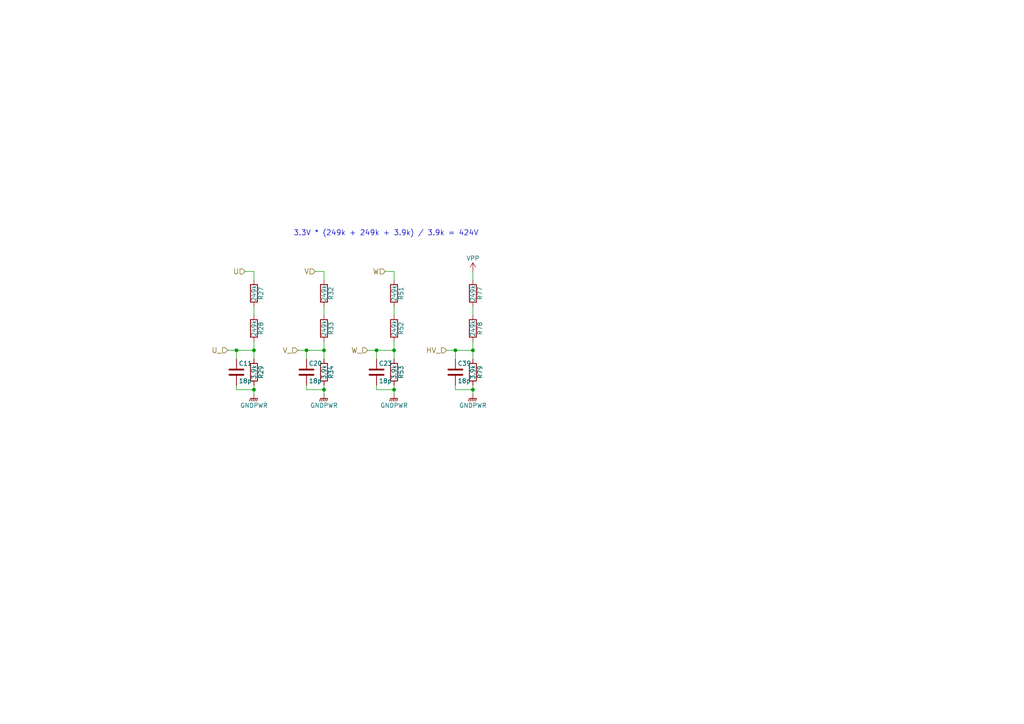
<source format=kicad_sch>
(kicad_sch (version 20231120) (generator "eeschema") (generator_version "8.0")
  (paper "A4")
  (lib_symbols
    (symbol "stmbl:C" (pin_numbers hide) (pin_names (offset 0.254))
      (property "Reference" "C" (at 0.635 2.54 0))
      (property "Value" "C" (at 0.635 -2.54 0))
      (symbol "C_0_1"
        (polyline (pts (xy -2.032 -0.762) (xy 2.032 -0.762)) (stroke (width 0.508)))
        (polyline (pts (xy -2.032 0.762) (xy 2.032 0.762)) (stroke (width 0.508)))
      )
      (symbol "C_1_1"
        (pin passive line (at 0 3.81 270) (length 2.794) (name "~") (number "1"))
        (pin passive line (at 0 -3.81 90) (length 2.794) (name "~") (number "2"))
      )
    )
    (symbol "stmbl:GNDPWR" (power) (pin_names (offset 0))
      (property "Value" "GNDPWR" (at 0 -3.302 0))
      (symbol "GNDPWR_0_1"
        (polyline (pts (xy 0 -1.27) (xy 0 0)))
        (polyline (pts (xy -1.016 -1.27) (xy -1.27 -2.032) (xy -1.27 -2.032)) (stroke (width 0.2032)))
        (polyline (pts (xy -0.508 -1.27) (xy -0.762 -2.032) (xy -0.762 -2.032)) (stroke (width 0.2032)))
        (polyline (pts (xy 0 -1.27) (xy -0.254 -2.032) (xy -0.254 -2.032)) (stroke (width 0.2032)))
        (polyline (pts (xy 0.508 -1.27) (xy 0.254 -2.032) (xy 0.254 -2.032)) (stroke (width 0.2032)))
        (polyline (pts (xy 1.016 -1.27) (xy -1.016 -1.27) (xy -1.016 -1.27)) (stroke (width 0.2032)))
        (polyline (pts (xy 1.016 -1.27) (xy 0.762 -2.032) (xy 0.762 -2.032) (xy 0.762 -2.032)) (stroke (width 0.2032)))
      )
      (symbol "GNDPWR_1_1"
        (pin power_in line (at 0 0 90) (length 0) hide (name "GNDPWR") (number "1"))
      )
    )
    (symbol "stmbl:R" (pin_numbers hide) (pin_names (offset 0))
      (property "Reference" "R" (at 2.032 0 90))
      (property "Value" "R" (at 0 0 90))
      (symbol "R_0_1"
        (rectangle (start -1.016 -2.54) (end 1.016 2.54) (stroke (width 0.254)))
      )
      (symbol "R_1_1"
        (pin passive line (at 0 3.81 270) (length 1.27) (name "~") (number "1"))
        (pin passive line (at 0 -3.81 90) (length 1.27) (name "~") (number "2"))
      )
    )
    (symbol "stmbl:VPP" (power) (pin_names (offset 0))
      (property "Value" "VPP" (at 0 3.81 0))
      (symbol "VPP_0_1"
        (polyline (pts (xy -0.762 1.27) (xy 0 2.54)))
        (polyline (pts (xy 0 0) (xy 0 2.54)))
        (polyline (pts (xy 0 2.54) (xy 0.762 1.27)))
      )
      (symbol "VPP_1_1"
        (pin power_in line (at 0 0 90) (length 0) hide (name "VPP") (number "1"))
      )
    )
  )
  (junction (at 73.66 101.6))
  (junction (at 109.22 101.6))
  (junction (at 132.08 101.6))
  (junction (at 88.9 101.6))
  (junction (at 93.98 113.03))
  (junction (at 68.58 101.6))
  (junction (at 93.98 101.6))
  (junction (at 114.3 101.6))
  (junction (at 137.16 101.6))
  (junction (at 137.16 113.03))
  (junction (at 114.3 113.03))
  (junction (at 73.66 113.03))
  (wire (pts (xy 109.22 101.6) (xy 114.3 101.6)))
  (wire (pts (xy 109.22 101.6) (xy 109.22 104.14)))
  (wire (pts (xy 93.98 91.44) (xy 93.98 88.9)))
  (wire (pts (xy 93.98 99.06) (xy 93.98 101.6)))
  (wire (pts (xy 88.9 113.03) (xy 93.98 113.03)))
  (wire (pts (xy 109.22 113.03) (xy 114.3 113.03)))
  (wire (pts (xy 91.44 78.74) (xy 93.98 78.74)))
  (wire (pts (xy 86.36 101.6) (xy 88.9 101.6)))
  (wire (pts (xy 114.3 101.6) (xy 114.3 104.14)))
  (wire (pts (xy 137.16 99.06) (xy 137.16 101.6)))
  (wire (pts (xy 114.3 78.74) (xy 114.3 81.28)))
  (wire (pts (xy 132.08 101.6) (xy 137.16 101.6)))
  (wire (pts (xy 137.16 114.3) (xy 137.16 113.03)))
  (wire (pts (xy 66.04 101.6) (xy 68.58 101.6)))
  (wire (pts (xy 137.16 78.74) (xy 137.16 81.28)))
  (wire (pts (xy 132.08 111.76) (xy 132.08 113.03)))
  (wire (pts (xy 132.08 101.6) (xy 132.08 104.14)))
  (wire (pts (xy 68.58 101.6) (xy 68.58 104.14)))
  (wire (pts (xy 88.9 111.76) (xy 88.9 113.03)))
  (wire (pts (xy 111.76 78.74) (xy 114.3 78.74)))
  (wire (pts (xy 68.58 113.03) (xy 73.66 113.03)))
  (wire (pts (xy 114.3 99.06) (xy 114.3 101.6)))
  (wire (pts (xy 73.66 101.6) (xy 73.66 104.14)))
  (wire (pts (xy 106.68 101.6) (xy 109.22 101.6)))
  (wire (pts (xy 73.66 99.06) (xy 73.66 101.6)))
  (wire (pts (xy 73.66 91.44) (xy 73.66 88.9)))
  (wire (pts (xy 93.98 78.74) (xy 93.98 81.28)))
  (wire (pts (xy 93.98 101.6) (xy 93.98 104.14)))
  (wire (pts (xy 88.9 101.6) (xy 88.9 104.14)))
  (wire (pts (xy 73.66 114.3) (xy 73.66 113.03)))
  (wire (pts (xy 132.08 113.03) (xy 137.16 113.03)))
  (wire (pts (xy 137.16 101.6) (xy 137.16 104.14)))
  (wire (pts (xy 68.58 111.76) (xy 68.58 113.03)))
  (wire (pts (xy 129.54 101.6) (xy 132.08 101.6)))
  (wire (pts (xy 73.66 78.74) (xy 73.66 81.28)))
  (wire (pts (xy 73.66 113.03) (xy 73.66 111.76)))
  (wire (pts (xy 88.9 101.6) (xy 93.98 101.6)))
  (wire (pts (xy 114.3 113.03) (xy 114.3 111.76)))
  (wire (pts (xy 93.98 113.03) (xy 93.98 111.76)))
  (wire (pts (xy 71.12 78.74) (xy 73.66 78.74)))
  (wire (pts (xy 114.3 91.44) (xy 114.3 88.9)))
  (wire (pts (xy 137.16 91.44) (xy 137.16 88.9)))
  (wire (pts (xy 109.22 111.76) (xy 109.22 113.03)))
  (wire (pts (xy 114.3 114.3) (xy 114.3 113.03)))
  (wire (pts (xy 68.58 101.6) (xy 73.66 101.6)))
  (wire (pts (xy 93.98 114.3) (xy 93.98 113.03)))
  (wire (pts (xy 137.16 113.03) (xy 137.16 111.76)))
  (text "3.3V * (249k + 249k + 3.9k) / 3.9k = 424V" (at 85.09 68.58 0) (effects (font (size 1.524 1.524)) (justify left bottom)))
  (hierarchical_label "U" (shape input) (at 71.12 78.74 180) (effects (font (size 1.524 1.524))))
  (hierarchical_label "V" (shape input) (at 91.44 78.74 180) (effects (font (size 1.524 1.524))))
  (hierarchical_label "U_" (shape input) (at 66.04 101.6 180) (effects (font (size 1.524 1.524))))
  (hierarchical_label "V_" (shape input) (at 86.36 101.6 180) (effects (font (size 1.524 1.524))))
  (hierarchical_label "W_" (shape input) (at 106.68 101.6 180) (effects (font (size 1.524 1.524))))
  (hierarchical_label "W" (shape input) (at 111.76 78.74 180) (effects (font (size 1.524 1.524))))
  (hierarchical_label "HV_" (shape input) (at 129.54 101.6 180) (effects (font (size 1.524 1.524))))
  (symbol (lib_id "stmbl:R") (at 73.66 85.09 0) (unit 1)
    (property "Reference" "R27" (at 75.692 85.09 90))
    (property "Value" "249k" (at 73.66 85.09 90))
    (property "Footprint" "stmbl:R_1206" (effects (hide yes)))
    (property "Voltage" "200V" (effects (hide yes)))
    (property "Tolerance" "1%" (effects (hide yes)))
  )
  (symbol (lib_id "stmbl:R") (at 73.66 95.25 0) (unit 1)
    (property "Reference" "R28" (at 75.692 95.25 90))
    (property "Value" "249k" (at 73.66 95.25 90))
    (property "Footprint" "stmbl:R_1206" (effects (hide yes)))
    (property "Voltage" "200V" (effects (hide yes)))
    (property "Tolerance" "1%" (effects (hide yes)))
  )
  (symbol (lib_id "stmbl:R") (at 73.66 107.95 0) (unit 1)
    (property "Reference" "R29" (at 75.692 107.95 90))
    (property "Value" "3.9k" (at 73.66 107.95 90))
    (property "Footprint" "stmbl:R_0603" (effects (hide yes)))
    (property "Tolerance" "1%" (effects (hide yes)))
  )
  (symbol (lib_id "stmbl:GNDPWR") (at 73.66 114.3 0) (unit 1)
    (property "Reference" "#PWR051" (effects (hide yes)))
    (property "Value" "GNDPWR" (at 73.66 117.602 0))
  )
  (symbol (lib_id "stmbl:R") (at 93.98 85.09 0) (unit 1)
    (property "Reference" "R32" (at 96.012 85.09 90))
    (property "Value" "249k" (at 93.98 85.09 90))
    (property "Footprint" "stmbl:R_1206" (effects (hide yes)))
    (property "Voltage" "200V" (effects (hide yes)))
    (property "Tolerance" "1%" (effects (hide yes)))
  )
  (symbol (lib_id "stmbl:R") (at 93.98 95.25 0) (unit 1)
    (property "Reference" "R33" (at 96.012 95.25 90))
    (property "Value" "249k" (at 93.98 95.25 90))
    (property "Footprint" "stmbl:R_1206" (effects (hide yes)))
    (property "Voltage" "200V" (effects (hide yes)))
    (property "Tolerance" "1%" (effects (hide yes)))
  )
  (symbol (lib_id "stmbl:R") (at 93.98 107.95 0) (unit 1)
    (property "Reference" "R34" (at 96.012 107.95 90))
    (property "Value" "3.9k" (at 93.98 107.95 90))
    (property "Footprint" "stmbl:R_0603" (effects (hide yes)))
    (property "Tolerance" "1%" (effects (hide yes)))
  )
  (symbol (lib_id "stmbl:GNDPWR") (at 93.98 114.3 0) (unit 1)
    (property "Reference" "#PWR052" (effects (hide yes)))
    (property "Value" "GNDPWR" (at 93.98 117.602 0))
  )
  (symbol (lib_id "stmbl:R") (at 114.3 85.09 0) (unit 1)
    (property "Reference" "R51" (at 116.332 85.09 90))
    (property "Value" "249k" (at 114.3 85.09 90))
    (property "Footprint" "stmbl:R_1206" (effects (hide yes)))
    (property "Voltage" "200V" (effects (hide yes)))
    (property "Tolerance" "1%" (effects (hide yes)))
  )
  (symbol (lib_id "stmbl:R") (at 114.3 95.25 0) (unit 1)
    (property "Reference" "R52" (at 116.332 95.25 90))
    (property "Value" "249k" (at 114.3 95.25 90))
    (property "Footprint" "stmbl:R_1206" (effects (hide yes)))
    (property "Voltage" "200V" (effects (hide yes)))
    (property "Tolerance" "1%" (effects (hide yes)))
  )
  (symbol (lib_id "stmbl:R") (at 114.3 107.95 0) (unit 1)
    (property "Reference" "R53" (at 116.332 107.95 90))
    (property "Value" "3.9k" (at 114.3 107.95 90))
    (property "Footprint" "stmbl:R_0603" (effects (hide yes)))
    (property "Tolerance" "1%" (effects (hide yes)))
  )
  (symbol (lib_id "stmbl:GNDPWR") (at 114.3 114.3 0) (unit 1)
    (property "Reference" "#PWR053" (effects (hide yes)))
    (property "Value" "GNDPWR" (at 114.3 117.602 0))
  )
  (symbol (lib_id "stmbl:R") (at 137.16 85.09 0) (unit 1)
    (property "Reference" "R77" (at 139.192 85.09 90))
    (property "Value" "249k" (at 137.16 85.09 90))
    (property "Footprint" "stmbl:R_1206" (effects (hide yes)))
    (property "Voltage" "200V" (effects (hide yes)))
    (property "Tolerance" "1%" (effects (hide yes)))
  )
  (symbol (lib_id "stmbl:R") (at 137.16 95.25 0) (unit 1)
    (property "Reference" "R78" (at 139.192 95.25 90))
    (property "Value" "249k" (at 137.16 95.25 90))
    (property "Footprint" "stmbl:R_1206" (effects (hide yes)))
    (property "Voltage" "200V" (effects (hide yes)))
    (property "Tolerance" "1%" (effects (hide yes)))
  )
  (symbol (lib_id "stmbl:R") (at 137.16 107.95 0) (unit 1)
    (property "Reference" "R79" (at 139.192 107.95 90))
    (property "Value" "3.9k" (at 137.16 107.95 90))
    (property "Footprint" "stmbl:R_0603" (effects (hide yes)))
    (property "Tolerance" "1%" (effects (hide yes)))
  )
  (symbol (lib_id "stmbl:GNDPWR") (at 137.16 114.3 0) (unit 1)
    (property "Reference" "#PWR054" (effects (hide yes)))
    (property "Value" "GNDPWR" (at 137.16 117.602 0))
  )
  (symbol (lib_id "stmbl:C") (at 68.58 107.95 0) (unit 1)
    (property "Reference" "C11" (at 69.215 105.41 0) (effects (justify left)))
    (property "Value" "18p" (at 69.215 110.49 0) (effects (justify left)))
    (property "Footprint" "stmbl:C_0603" (effects (hide yes)))
    (property "Voltage" "50V" (effects (hide yes)))
    (property "Tolerance" "X5R" (effects (hide yes)))
  )
  (symbol (lib_id "stmbl:C") (at 88.9 107.95 0) (unit 1)
    (property "Reference" "C20" (at 89.535 105.41 0) (effects (justify left)))
    (property "Value" "18p" (at 89.535 110.49 0) (effects (justify left)))
    (property "Footprint" "stmbl:C_0603" (effects (hide yes)))
    (property "Voltage" "50V" (effects (hide yes)))
    (property "Tolerance" "X5R" (effects (hide yes)))
  )
  (symbol (lib_id "stmbl:C") (at 109.22 107.95 0) (unit 1)
    (property "Reference" "C23" (at 109.855 105.41 0) (effects (justify left)))
    (property "Value" "18p" (at 109.855 110.49 0) (effects (justify left)))
    (property "Footprint" "stmbl:C_0603" (effects (hide yes)))
    (property "Voltage" "50V" (effects (hide yes)))
    (property "Tolerance" "X5R" (effects (hide yes)))
  )
  (symbol (lib_id "stmbl:C") (at 132.08 107.95 0) (unit 1)
    (property "Reference" "C39" (at 132.715 105.41 0) (effects (justify left)))
    (property "Value" "18p" (at 132.715 110.49 0) (effects (justify left)))
    (property "Footprint" "stmbl:C_0603" (effects (hide yes)))
    (property "Voltage" "50V" (effects (hide yes)))
    (property "Tolerance" "X5R" (effects (hide yes)))
  )
  (symbol (lib_id "stmbl:VPP") (at 137.16 78.74 0) (unit 1)
    (property "Reference" "#PWR055" (effects (hide yes)))
    (property "Value" "VPP" (at 137.16 74.93 0))
  )
)
</source>
